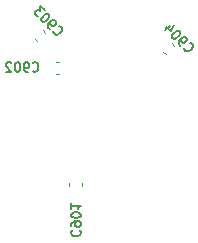
<source format=gbr>
%TF.GenerationSoftware,KiCad,Pcbnew,(6.0.5)*%
%TF.CreationDate,2023-02-09T13:46:48+02:00*%
%TF.ProjectId,minifp,6d696e69-6670-42e6-9b69-6361645f7063,rev?*%
%TF.SameCoordinates,Original*%
%TF.FileFunction,Legend,Bot*%
%TF.FilePolarity,Positive*%
%FSLAX46Y46*%
G04 Gerber Fmt 4.6, Leading zero omitted, Abs format (unit mm)*
G04 Created by KiCad (PCBNEW (6.0.5)) date 2023-02-09 13:46:48*
%MOMM*%
%LPD*%
G01*
G04 APERTURE LIST*
%ADD10C,0.150000*%
%ADD11C,0.120000*%
G04 APERTURE END LIST*
D10*
%TO.C,C901*%
X163014285Y-121595238D02*
X162976190Y-121633333D01*
X162938095Y-121747619D01*
X162938095Y-121823809D01*
X162976190Y-121938095D01*
X163052380Y-122014285D01*
X163128571Y-122052380D01*
X163280952Y-122090476D01*
X163395238Y-122090476D01*
X163547619Y-122052380D01*
X163623809Y-122014285D01*
X163700000Y-121938095D01*
X163738095Y-121823809D01*
X163738095Y-121747619D01*
X163700000Y-121633333D01*
X163661904Y-121595238D01*
X162938095Y-121214285D02*
X162938095Y-121061904D01*
X162976190Y-120985714D01*
X163014285Y-120947619D01*
X163128571Y-120871428D01*
X163280952Y-120833333D01*
X163585714Y-120833333D01*
X163661904Y-120871428D01*
X163700000Y-120909523D01*
X163738095Y-120985714D01*
X163738095Y-121138095D01*
X163700000Y-121214285D01*
X163661904Y-121252380D01*
X163585714Y-121290476D01*
X163395238Y-121290476D01*
X163319047Y-121252380D01*
X163280952Y-121214285D01*
X163242857Y-121138095D01*
X163242857Y-120985714D01*
X163280952Y-120909523D01*
X163319047Y-120871428D01*
X163395238Y-120833333D01*
X163738095Y-120338095D02*
X163738095Y-120261904D01*
X163700000Y-120185714D01*
X163661904Y-120147619D01*
X163585714Y-120109523D01*
X163433333Y-120071428D01*
X163242857Y-120071428D01*
X163090476Y-120109523D01*
X163014285Y-120147619D01*
X162976190Y-120185714D01*
X162938095Y-120261904D01*
X162938095Y-120338095D01*
X162976190Y-120414285D01*
X163014285Y-120452380D01*
X163090476Y-120490476D01*
X163242857Y-120528571D01*
X163433333Y-120528571D01*
X163585714Y-120490476D01*
X163661904Y-120452380D01*
X163700000Y-120414285D01*
X163738095Y-120338095D01*
X162938095Y-119309523D02*
X162938095Y-119766666D01*
X162938095Y-119538095D02*
X163738095Y-119538095D01*
X163623809Y-119614285D01*
X163547619Y-119690476D01*
X163509523Y-119766666D01*
%TO.C,C904*%
X172505998Y-106160059D02*
X172505998Y-106213934D01*
X172559873Y-106321683D01*
X172613748Y-106375558D01*
X172721497Y-106429433D01*
X172829247Y-106429433D01*
X172910059Y-106402496D01*
X173044746Y-106321683D01*
X173125558Y-106240871D01*
X173206370Y-106106184D01*
X173233308Y-106025372D01*
X173233308Y-105917622D01*
X173179433Y-105809873D01*
X173125558Y-105755998D01*
X173017809Y-105702123D01*
X172963934Y-105702123D01*
X172182749Y-105944560D02*
X172075000Y-105836810D01*
X172048062Y-105755998D01*
X172048062Y-105702123D01*
X172075000Y-105567436D01*
X172155812Y-105432749D01*
X172371311Y-105217250D01*
X172452123Y-105190312D01*
X172505998Y-105190312D01*
X172586810Y-105217250D01*
X172694560Y-105325000D01*
X172721497Y-105405812D01*
X172721497Y-105459687D01*
X172694560Y-105540499D01*
X172559873Y-105675186D01*
X172479061Y-105702123D01*
X172425186Y-105702123D01*
X172344374Y-105675186D01*
X172236624Y-105567436D01*
X172209687Y-105486624D01*
X172209687Y-105432749D01*
X172236624Y-105351937D01*
X172128874Y-104759314D02*
X172075000Y-104705439D01*
X171994187Y-104678502D01*
X171940312Y-104678502D01*
X171859500Y-104705439D01*
X171724813Y-104786251D01*
X171590126Y-104920938D01*
X171509314Y-105055625D01*
X171482377Y-105136438D01*
X171482377Y-105190312D01*
X171509314Y-105271125D01*
X171563189Y-105325000D01*
X171644001Y-105351937D01*
X171697876Y-105351937D01*
X171778688Y-105325000D01*
X171913375Y-105244187D01*
X172048062Y-105109500D01*
X172128874Y-104974813D01*
X172155812Y-104894001D01*
X172155812Y-104840126D01*
X172128874Y-104759314D01*
X171266877Y-104274441D02*
X170889754Y-104651564D01*
X171617064Y-104193629D02*
X171347690Y-104732377D01*
X170997503Y-104382190D01*
%TO.C,C903*%
X161430998Y-104735059D02*
X161430998Y-104788934D01*
X161484873Y-104896683D01*
X161538748Y-104950558D01*
X161646497Y-105004433D01*
X161754247Y-105004433D01*
X161835059Y-104977496D01*
X161969746Y-104896683D01*
X162050558Y-104815871D01*
X162131370Y-104681184D01*
X162158308Y-104600372D01*
X162158308Y-104492622D01*
X162104433Y-104384873D01*
X162050558Y-104330998D01*
X161942809Y-104277123D01*
X161888934Y-104277123D01*
X161107749Y-104519560D02*
X161000000Y-104411810D01*
X160973062Y-104330998D01*
X160973062Y-104277123D01*
X161000000Y-104142436D01*
X161080812Y-104007749D01*
X161296311Y-103792250D01*
X161377123Y-103765312D01*
X161430998Y-103765312D01*
X161511810Y-103792250D01*
X161619560Y-103900000D01*
X161646497Y-103980812D01*
X161646497Y-104034687D01*
X161619560Y-104115499D01*
X161484873Y-104250186D01*
X161404061Y-104277123D01*
X161350186Y-104277123D01*
X161269374Y-104250186D01*
X161161624Y-104142436D01*
X161134687Y-104061624D01*
X161134687Y-104007749D01*
X161161624Y-103926937D01*
X161053874Y-103334314D02*
X161000000Y-103280439D01*
X160919187Y-103253502D01*
X160865312Y-103253502D01*
X160784500Y-103280439D01*
X160649813Y-103361251D01*
X160515126Y-103495938D01*
X160434314Y-103630625D01*
X160407377Y-103711438D01*
X160407377Y-103765312D01*
X160434314Y-103846125D01*
X160488189Y-103900000D01*
X160569001Y-103926937D01*
X160622876Y-103926937D01*
X160703688Y-103900000D01*
X160838375Y-103819187D01*
X160973062Y-103684500D01*
X161053874Y-103549813D01*
X161080812Y-103469001D01*
X161080812Y-103415126D01*
X161053874Y-103334314D01*
X160676751Y-102957190D02*
X160326564Y-102607004D01*
X160299627Y-103011065D01*
X160218815Y-102930253D01*
X160138003Y-102903316D01*
X160084128Y-102903316D01*
X160003316Y-102930253D01*
X159868629Y-103064940D01*
X159841691Y-103145752D01*
X159841691Y-103199627D01*
X159868629Y-103280439D01*
X160030253Y-103442064D01*
X160111065Y-103469001D01*
X160164940Y-103469001D01*
%TO.C,C902*%
X159670238Y-108085714D02*
X159708333Y-108123809D01*
X159822619Y-108161904D01*
X159898809Y-108161904D01*
X160013095Y-108123809D01*
X160089285Y-108047619D01*
X160127380Y-107971428D01*
X160165476Y-107819047D01*
X160165476Y-107704761D01*
X160127380Y-107552380D01*
X160089285Y-107476190D01*
X160013095Y-107400000D01*
X159898809Y-107361904D01*
X159822619Y-107361904D01*
X159708333Y-107400000D01*
X159670238Y-107438095D01*
X159289285Y-108161904D02*
X159136904Y-108161904D01*
X159060714Y-108123809D01*
X159022619Y-108085714D01*
X158946428Y-107971428D01*
X158908333Y-107819047D01*
X158908333Y-107514285D01*
X158946428Y-107438095D01*
X158984523Y-107400000D01*
X159060714Y-107361904D01*
X159213095Y-107361904D01*
X159289285Y-107400000D01*
X159327380Y-107438095D01*
X159365476Y-107514285D01*
X159365476Y-107704761D01*
X159327380Y-107780952D01*
X159289285Y-107819047D01*
X159213095Y-107857142D01*
X159060714Y-107857142D01*
X158984523Y-107819047D01*
X158946428Y-107780952D01*
X158908333Y-107704761D01*
X158413095Y-107361904D02*
X158336904Y-107361904D01*
X158260714Y-107400000D01*
X158222619Y-107438095D01*
X158184523Y-107514285D01*
X158146428Y-107666666D01*
X158146428Y-107857142D01*
X158184523Y-108009523D01*
X158222619Y-108085714D01*
X158260714Y-108123809D01*
X158336904Y-108161904D01*
X158413095Y-108161904D01*
X158489285Y-108123809D01*
X158527380Y-108085714D01*
X158565476Y-108009523D01*
X158603571Y-107857142D01*
X158603571Y-107666666D01*
X158565476Y-107514285D01*
X158527380Y-107438095D01*
X158489285Y-107400000D01*
X158413095Y-107361904D01*
X157841666Y-107438095D02*
X157803571Y-107400000D01*
X157727380Y-107361904D01*
X157536904Y-107361904D01*
X157460714Y-107400000D01*
X157422619Y-107438095D01*
X157384523Y-107514285D01*
X157384523Y-107590476D01*
X157422619Y-107704761D01*
X157879761Y-108161904D01*
X157384523Y-108161904D01*
D11*
%TO.C,C901*%
X162790000Y-117559420D02*
X162790000Y-117840580D01*
X163810000Y-117559420D02*
X163810000Y-117840580D01*
%TO.C,C904*%
X171461219Y-105739970D02*
X171660030Y-105938781D01*
X170739970Y-106461219D02*
X170938781Y-106660030D01*
%TO.C,C903*%
X159839970Y-105361219D02*
X160038781Y-105560030D01*
X160561219Y-104639970D02*
X160760030Y-104838781D01*
%TO.C,C902*%
X161940580Y-108310000D02*
X161659420Y-108310000D01*
X161940580Y-107290000D02*
X161659420Y-107290000D01*
%TD*%
M02*

</source>
